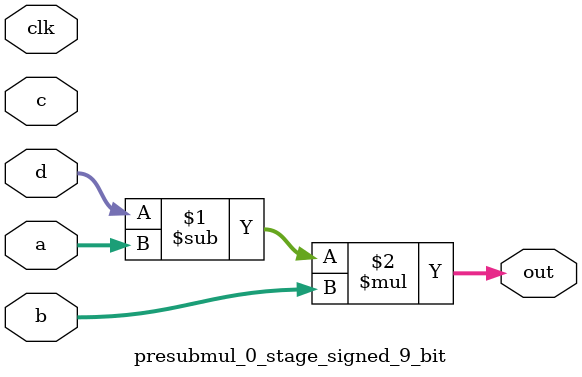
<source format=sv>
(* use_dsp = "yes" *) module presubmul_0_stage_signed_9_bit(
	input signed [8:0] a,
	input signed [8:0] b,
	input signed [8:0] c,
	input signed [8:0] d,
	output [8:0] out,
	input clk);

	assign out = (d - a) * b;
endmodule

</source>
